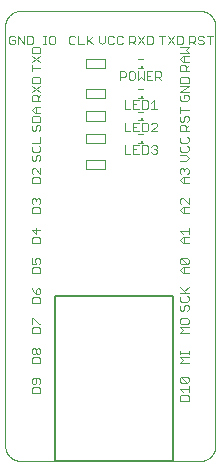
<source format=gto>
G75*
%MOIN*%
%OFA0B0*%
%FSLAX25Y25*%
%IPPOS*%
%LPD*%
%AMOC8*
5,1,8,0,0,1.08239X$1,22.5*
%
%ADD10C,0.00000*%
%ADD11C,0.00300*%
%ADD12C,0.00400*%
%ADD13R,0.00984X0.00886*%
%ADD14C,0.00394*%
%ADD15C,0.00500*%
D10*
X0006400Y0008900D02*
X0006400Y0148900D01*
X0006402Y0149040D01*
X0006408Y0149180D01*
X0006418Y0149320D01*
X0006431Y0149460D01*
X0006449Y0149599D01*
X0006471Y0149738D01*
X0006496Y0149875D01*
X0006525Y0150013D01*
X0006558Y0150149D01*
X0006595Y0150284D01*
X0006636Y0150418D01*
X0006681Y0150551D01*
X0006729Y0150683D01*
X0006781Y0150813D01*
X0006836Y0150942D01*
X0006895Y0151069D01*
X0006958Y0151195D01*
X0007024Y0151319D01*
X0007093Y0151440D01*
X0007166Y0151560D01*
X0007243Y0151678D01*
X0007322Y0151793D01*
X0007405Y0151907D01*
X0007491Y0152017D01*
X0007580Y0152126D01*
X0007672Y0152232D01*
X0007767Y0152335D01*
X0007864Y0152436D01*
X0007965Y0152533D01*
X0008068Y0152628D01*
X0008174Y0152720D01*
X0008283Y0152809D01*
X0008393Y0152895D01*
X0008507Y0152978D01*
X0008622Y0153057D01*
X0008740Y0153134D01*
X0008860Y0153207D01*
X0008981Y0153276D01*
X0009105Y0153342D01*
X0009231Y0153405D01*
X0009358Y0153464D01*
X0009487Y0153519D01*
X0009617Y0153571D01*
X0009749Y0153619D01*
X0009882Y0153664D01*
X0010016Y0153705D01*
X0010151Y0153742D01*
X0010287Y0153775D01*
X0010425Y0153804D01*
X0010562Y0153829D01*
X0010701Y0153851D01*
X0010840Y0153869D01*
X0010980Y0153882D01*
X0011120Y0153892D01*
X0011260Y0153898D01*
X0011400Y0153900D01*
X0071400Y0153900D01*
X0071540Y0153898D01*
X0071680Y0153892D01*
X0071820Y0153882D01*
X0071960Y0153869D01*
X0072099Y0153851D01*
X0072238Y0153829D01*
X0072375Y0153804D01*
X0072513Y0153775D01*
X0072649Y0153742D01*
X0072784Y0153705D01*
X0072918Y0153664D01*
X0073051Y0153619D01*
X0073183Y0153571D01*
X0073313Y0153519D01*
X0073442Y0153464D01*
X0073569Y0153405D01*
X0073695Y0153342D01*
X0073819Y0153276D01*
X0073940Y0153207D01*
X0074060Y0153134D01*
X0074178Y0153057D01*
X0074293Y0152978D01*
X0074407Y0152895D01*
X0074517Y0152809D01*
X0074626Y0152720D01*
X0074732Y0152628D01*
X0074835Y0152533D01*
X0074936Y0152436D01*
X0075033Y0152335D01*
X0075128Y0152232D01*
X0075220Y0152126D01*
X0075309Y0152017D01*
X0075395Y0151907D01*
X0075478Y0151793D01*
X0075557Y0151678D01*
X0075634Y0151560D01*
X0075707Y0151440D01*
X0075776Y0151319D01*
X0075842Y0151195D01*
X0075905Y0151069D01*
X0075964Y0150942D01*
X0076019Y0150813D01*
X0076071Y0150683D01*
X0076119Y0150551D01*
X0076164Y0150418D01*
X0076205Y0150284D01*
X0076242Y0150149D01*
X0076275Y0150013D01*
X0076304Y0149875D01*
X0076329Y0149738D01*
X0076351Y0149599D01*
X0076369Y0149460D01*
X0076382Y0149320D01*
X0076392Y0149180D01*
X0076398Y0149040D01*
X0076400Y0148900D01*
X0076400Y0008900D01*
X0076398Y0008760D01*
X0076392Y0008620D01*
X0076382Y0008480D01*
X0076369Y0008340D01*
X0076351Y0008201D01*
X0076329Y0008062D01*
X0076304Y0007925D01*
X0076275Y0007787D01*
X0076242Y0007651D01*
X0076205Y0007516D01*
X0076164Y0007382D01*
X0076119Y0007249D01*
X0076071Y0007117D01*
X0076019Y0006987D01*
X0075964Y0006858D01*
X0075905Y0006731D01*
X0075842Y0006605D01*
X0075776Y0006481D01*
X0075707Y0006360D01*
X0075634Y0006240D01*
X0075557Y0006122D01*
X0075478Y0006007D01*
X0075395Y0005893D01*
X0075309Y0005783D01*
X0075220Y0005674D01*
X0075128Y0005568D01*
X0075033Y0005465D01*
X0074936Y0005364D01*
X0074835Y0005267D01*
X0074732Y0005172D01*
X0074626Y0005080D01*
X0074517Y0004991D01*
X0074407Y0004905D01*
X0074293Y0004822D01*
X0074178Y0004743D01*
X0074060Y0004666D01*
X0073940Y0004593D01*
X0073819Y0004524D01*
X0073695Y0004458D01*
X0073569Y0004395D01*
X0073442Y0004336D01*
X0073313Y0004281D01*
X0073183Y0004229D01*
X0073051Y0004181D01*
X0072918Y0004136D01*
X0072784Y0004095D01*
X0072649Y0004058D01*
X0072513Y0004025D01*
X0072375Y0003996D01*
X0072238Y0003971D01*
X0072099Y0003949D01*
X0071960Y0003931D01*
X0071820Y0003918D01*
X0071680Y0003908D01*
X0071540Y0003902D01*
X0071400Y0003900D01*
X0011400Y0003900D01*
X0011260Y0003902D01*
X0011120Y0003908D01*
X0010980Y0003918D01*
X0010840Y0003931D01*
X0010701Y0003949D01*
X0010562Y0003971D01*
X0010425Y0003996D01*
X0010287Y0004025D01*
X0010151Y0004058D01*
X0010016Y0004095D01*
X0009882Y0004136D01*
X0009749Y0004181D01*
X0009617Y0004229D01*
X0009487Y0004281D01*
X0009358Y0004336D01*
X0009231Y0004395D01*
X0009105Y0004458D01*
X0008981Y0004524D01*
X0008860Y0004593D01*
X0008740Y0004666D01*
X0008622Y0004743D01*
X0008507Y0004822D01*
X0008393Y0004905D01*
X0008283Y0004991D01*
X0008174Y0005080D01*
X0008068Y0005172D01*
X0007965Y0005267D01*
X0007864Y0005364D01*
X0007767Y0005465D01*
X0007672Y0005568D01*
X0007580Y0005674D01*
X0007491Y0005783D01*
X0007405Y0005893D01*
X0007322Y0006007D01*
X0007243Y0006122D01*
X0007166Y0006240D01*
X0007093Y0006360D01*
X0007024Y0006481D01*
X0006958Y0006605D01*
X0006895Y0006731D01*
X0006836Y0006858D01*
X0006781Y0006987D01*
X0006729Y0007117D01*
X0006681Y0007249D01*
X0006636Y0007382D01*
X0006595Y0007516D01*
X0006558Y0007651D01*
X0006525Y0007787D01*
X0006496Y0007925D01*
X0006471Y0008062D01*
X0006449Y0008201D01*
X0006431Y0008340D01*
X0006418Y0008480D01*
X0006408Y0008620D01*
X0006402Y0008760D01*
X0006400Y0008900D01*
D11*
X0015223Y0026550D02*
X0015223Y0028001D01*
X0015706Y0028485D01*
X0017641Y0028485D01*
X0018125Y0028001D01*
X0018125Y0026550D01*
X0015223Y0026550D01*
X0015706Y0029497D02*
X0016190Y0029497D01*
X0016674Y0029980D01*
X0016674Y0031431D01*
X0017641Y0031431D02*
X0015706Y0031431D01*
X0015223Y0030948D01*
X0015223Y0029980D01*
X0015706Y0029497D01*
X0017641Y0029497D02*
X0018125Y0029980D01*
X0018125Y0030948D01*
X0017641Y0031431D01*
X0018125Y0036550D02*
X0015223Y0036550D01*
X0015223Y0038001D01*
X0015706Y0038485D01*
X0017641Y0038485D01*
X0018125Y0038001D01*
X0018125Y0036550D01*
X0017641Y0039497D02*
X0017158Y0039497D01*
X0016674Y0039980D01*
X0016674Y0040948D01*
X0017158Y0041431D01*
X0017641Y0041431D01*
X0018125Y0040948D01*
X0018125Y0039980D01*
X0017641Y0039497D01*
X0016674Y0039980D02*
X0016190Y0039497D01*
X0015706Y0039497D01*
X0015223Y0039980D01*
X0015223Y0040948D01*
X0015706Y0041431D01*
X0016190Y0041431D01*
X0016674Y0040948D01*
X0015223Y0046550D02*
X0018125Y0046550D01*
X0018125Y0048001D01*
X0017641Y0048485D01*
X0015706Y0048485D01*
X0015223Y0048001D01*
X0015223Y0046550D01*
X0015223Y0049497D02*
X0015223Y0051431D01*
X0015706Y0051431D01*
X0017641Y0049497D01*
X0018125Y0049497D01*
X0018125Y0056550D02*
X0015223Y0056550D01*
X0015223Y0058001D01*
X0015706Y0058485D01*
X0017641Y0058485D01*
X0018125Y0058001D01*
X0018125Y0056550D01*
X0017641Y0059497D02*
X0016674Y0059497D01*
X0016674Y0060948D01*
X0017158Y0061431D01*
X0017641Y0061431D01*
X0018125Y0060948D01*
X0018125Y0059980D01*
X0017641Y0059497D01*
X0016674Y0059497D02*
X0015706Y0060464D01*
X0015223Y0061431D01*
X0015223Y0066550D02*
X0015223Y0068001D01*
X0015706Y0068485D01*
X0017641Y0068485D01*
X0018125Y0068001D01*
X0018125Y0066550D01*
X0015223Y0066550D01*
X0015223Y0069497D02*
X0016674Y0069497D01*
X0016190Y0070464D01*
X0016190Y0070948D01*
X0016674Y0071431D01*
X0017641Y0071431D01*
X0018125Y0070948D01*
X0018125Y0069980D01*
X0017641Y0069497D01*
X0015223Y0069497D02*
X0015223Y0071431D01*
X0015223Y0076550D02*
X0015223Y0078001D01*
X0015706Y0078485D01*
X0017641Y0078485D01*
X0018125Y0078001D01*
X0018125Y0076550D01*
X0015223Y0076550D01*
X0016674Y0079497D02*
X0016674Y0081431D01*
X0018125Y0080948D02*
X0015223Y0080948D01*
X0016674Y0079497D01*
X0015223Y0086550D02*
X0018125Y0086550D01*
X0018125Y0088001D01*
X0017641Y0088485D01*
X0015706Y0088485D01*
X0015223Y0088001D01*
X0015223Y0086550D01*
X0015706Y0089497D02*
X0015223Y0089980D01*
X0015223Y0090948D01*
X0015706Y0091431D01*
X0016190Y0091431D01*
X0016674Y0090948D01*
X0017158Y0091431D01*
X0017641Y0091431D01*
X0018125Y0090948D01*
X0018125Y0089980D01*
X0017641Y0089497D01*
X0016674Y0090464D02*
X0016674Y0090948D01*
X0015223Y0096550D02*
X0018125Y0096550D01*
X0018125Y0098001D01*
X0017641Y0098485D01*
X0015706Y0098485D01*
X0015223Y0098001D01*
X0015223Y0096550D01*
X0015706Y0099497D02*
X0015223Y0099980D01*
X0015223Y0100948D01*
X0015706Y0101431D01*
X0016190Y0101431D01*
X0018125Y0099497D01*
X0018125Y0101431D01*
X0017641Y0104050D02*
X0018125Y0104534D01*
X0018125Y0105501D01*
X0017641Y0105985D01*
X0017158Y0105985D01*
X0016674Y0105501D01*
X0016674Y0104534D01*
X0016190Y0104050D01*
X0015706Y0104050D01*
X0015223Y0104534D01*
X0015223Y0105501D01*
X0015706Y0105985D01*
X0015706Y0106997D02*
X0017641Y0106997D01*
X0018125Y0107480D01*
X0018125Y0108448D01*
X0017641Y0108931D01*
X0018125Y0109943D02*
X0018125Y0111878D01*
X0018125Y0109943D02*
X0015223Y0109943D01*
X0015706Y0108931D02*
X0015223Y0108448D01*
X0015223Y0107480D01*
X0015706Y0106997D01*
X0015706Y0114050D02*
X0016190Y0114050D01*
X0016674Y0114534D01*
X0016674Y0115501D01*
X0017158Y0115985D01*
X0017641Y0115985D01*
X0018125Y0115501D01*
X0018125Y0114534D01*
X0017641Y0114050D01*
X0018125Y0116997D02*
X0018125Y0118448D01*
X0017641Y0118931D01*
X0015706Y0118931D01*
X0015223Y0118448D01*
X0015223Y0116997D01*
X0018125Y0116997D01*
X0018125Y0119943D02*
X0016190Y0119943D01*
X0015223Y0120911D01*
X0016190Y0121878D01*
X0018125Y0121878D01*
X0016674Y0121878D02*
X0016674Y0119943D01*
X0017158Y0124050D02*
X0017158Y0125501D01*
X0016674Y0125985D01*
X0015706Y0125985D01*
X0015223Y0125501D01*
X0015223Y0124050D01*
X0018125Y0124050D01*
X0017158Y0125017D02*
X0018125Y0125985D01*
X0018125Y0126997D02*
X0015223Y0128931D01*
X0015223Y0129943D02*
X0015223Y0131394D01*
X0015706Y0131878D01*
X0017641Y0131878D01*
X0018125Y0131394D01*
X0018125Y0129943D01*
X0015223Y0129943D01*
X0015223Y0126997D02*
X0018125Y0128931D01*
X0015223Y0134050D02*
X0015223Y0135985D01*
X0015223Y0135017D02*
X0018125Y0135017D01*
X0018125Y0136997D02*
X0015223Y0138931D01*
X0015223Y0139943D02*
X0015223Y0141394D01*
X0015706Y0141878D01*
X0017641Y0141878D01*
X0018125Y0141394D01*
X0018125Y0139943D01*
X0015223Y0139943D01*
X0015055Y0142725D02*
X0013603Y0142725D01*
X0013603Y0145627D01*
X0015055Y0145627D01*
X0015538Y0145144D01*
X0015538Y0143209D01*
X0015055Y0142725D01*
X0012592Y0142725D02*
X0012592Y0145627D01*
X0010657Y0145627D02*
X0012592Y0142725D01*
X0010657Y0142725D02*
X0010657Y0145627D01*
X0009645Y0145144D02*
X0009162Y0145627D01*
X0008194Y0145627D01*
X0007710Y0145144D01*
X0007710Y0143209D01*
X0008194Y0142725D01*
X0009162Y0142725D01*
X0009645Y0143209D01*
X0009645Y0144176D01*
X0008678Y0144176D01*
X0015223Y0136997D02*
X0018125Y0138931D01*
X0019139Y0142725D02*
X0020107Y0142725D01*
X0019623Y0142725D02*
X0019623Y0145627D01*
X0019139Y0145627D02*
X0020107Y0145627D01*
X0021103Y0145144D02*
X0021103Y0143209D01*
X0021587Y0142725D01*
X0022555Y0142725D01*
X0023038Y0143209D01*
X0023038Y0145144D01*
X0022555Y0145627D01*
X0021587Y0145627D01*
X0021103Y0145144D01*
X0027710Y0145144D02*
X0027710Y0143209D01*
X0028194Y0142725D01*
X0029162Y0142725D01*
X0029645Y0143209D01*
X0029645Y0145144D02*
X0029162Y0145627D01*
X0028194Y0145627D01*
X0027710Y0145144D01*
X0030657Y0145627D02*
X0030657Y0142725D01*
X0032592Y0142725D01*
X0033603Y0142725D02*
X0033603Y0145627D01*
X0034087Y0144176D02*
X0035538Y0142725D01*
X0033603Y0143692D02*
X0035538Y0145627D01*
X0037710Y0145627D02*
X0037710Y0143692D01*
X0038678Y0142725D01*
X0039645Y0143692D01*
X0039645Y0145627D01*
X0040657Y0145144D02*
X0040657Y0143209D01*
X0041141Y0142725D01*
X0042108Y0142725D01*
X0042592Y0143209D01*
X0043603Y0143209D02*
X0043603Y0145144D01*
X0044087Y0145627D01*
X0045055Y0145627D01*
X0045538Y0145144D01*
X0045538Y0143209D02*
X0045055Y0142725D01*
X0044087Y0142725D01*
X0043603Y0143209D01*
X0042592Y0145144D02*
X0042108Y0145627D01*
X0041141Y0145627D01*
X0040657Y0145144D01*
X0044675Y0133827D02*
X0046126Y0133827D01*
X0046610Y0133344D01*
X0046610Y0132376D01*
X0046126Y0131892D01*
X0044675Y0131892D01*
X0044675Y0130925D02*
X0044675Y0133827D01*
X0047622Y0133344D02*
X0047622Y0131409D01*
X0048105Y0130925D01*
X0049073Y0130925D01*
X0049556Y0131409D01*
X0049556Y0133344D01*
X0049073Y0133827D01*
X0048105Y0133827D01*
X0047622Y0133344D01*
X0050568Y0133827D02*
X0050568Y0130925D01*
X0051536Y0131892D01*
X0052503Y0130925D01*
X0052503Y0133827D01*
X0053515Y0133827D02*
X0053515Y0130925D01*
X0055450Y0130925D01*
X0054482Y0132376D02*
X0053515Y0132376D01*
X0053515Y0133827D02*
X0055450Y0133827D01*
X0056461Y0133827D02*
X0056461Y0130925D01*
X0056461Y0131892D02*
X0057912Y0131892D01*
X0058396Y0132376D01*
X0058396Y0133344D01*
X0057912Y0133827D01*
X0056461Y0133827D01*
X0057429Y0131892D02*
X0058396Y0130925D01*
X0056008Y0124190D02*
X0055040Y0123223D01*
X0054029Y0123707D02*
X0054029Y0121772D01*
X0053545Y0121288D01*
X0052094Y0121288D01*
X0052094Y0124190D01*
X0053545Y0124190D01*
X0054029Y0123707D01*
X0056008Y0124190D02*
X0056008Y0121288D01*
X0056975Y0121288D02*
X0055040Y0121288D01*
X0055524Y0116690D02*
X0055040Y0116207D01*
X0055524Y0116690D02*
X0056492Y0116690D01*
X0056975Y0116207D01*
X0056975Y0115723D01*
X0055040Y0113788D01*
X0056975Y0113788D01*
X0054029Y0114272D02*
X0054029Y0116207D01*
X0053545Y0116690D01*
X0052094Y0116690D01*
X0052094Y0113788D01*
X0053545Y0113788D01*
X0054029Y0114272D01*
X0053545Y0109190D02*
X0052094Y0109190D01*
X0052094Y0106288D01*
X0053545Y0106288D01*
X0054029Y0106772D01*
X0054029Y0108707D01*
X0053545Y0109190D01*
X0055040Y0108707D02*
X0055524Y0109190D01*
X0056492Y0109190D01*
X0056975Y0108707D01*
X0056975Y0108223D01*
X0056492Y0107739D01*
X0056975Y0107255D01*
X0056975Y0106772D01*
X0056492Y0106288D01*
X0055524Y0106288D01*
X0055040Y0106772D01*
X0056008Y0107739D02*
X0056492Y0107739D01*
X0051082Y0106288D02*
X0049147Y0106288D01*
X0049147Y0109190D01*
X0051082Y0109190D01*
X0050115Y0107739D02*
X0049147Y0107739D01*
X0048136Y0106288D02*
X0046201Y0106288D01*
X0046201Y0109190D01*
X0046201Y0113788D02*
X0048136Y0113788D01*
X0049147Y0113788D02*
X0049147Y0116690D01*
X0051082Y0116690D01*
X0050115Y0115239D02*
X0049147Y0115239D01*
X0049147Y0113788D02*
X0051082Y0113788D01*
X0051082Y0121288D02*
X0049147Y0121288D01*
X0049147Y0124190D01*
X0051082Y0124190D01*
X0050115Y0122739D02*
X0049147Y0122739D01*
X0048136Y0121288D02*
X0046201Y0121288D01*
X0046201Y0124190D01*
X0046201Y0116690D02*
X0046201Y0113788D01*
X0047710Y0142725D02*
X0047710Y0145627D01*
X0049162Y0145627D01*
X0049645Y0145144D01*
X0049645Y0144176D01*
X0049162Y0143692D01*
X0047710Y0143692D01*
X0048678Y0143692D02*
X0049645Y0142725D01*
X0050657Y0142725D02*
X0052592Y0145627D01*
X0053603Y0145627D02*
X0055055Y0145627D01*
X0055538Y0145144D01*
X0055538Y0143209D01*
X0055055Y0142725D01*
X0053603Y0142725D01*
X0053603Y0145627D01*
X0050657Y0145627D02*
X0052592Y0142725D01*
X0057710Y0145627D02*
X0059645Y0145627D01*
X0060657Y0145627D02*
X0062592Y0142725D01*
X0063603Y0142725D02*
X0065055Y0142725D01*
X0065538Y0143209D01*
X0065538Y0145144D01*
X0065055Y0145627D01*
X0063603Y0145627D01*
X0063603Y0142725D01*
X0064598Y0141878D02*
X0067500Y0141878D01*
X0066533Y0140911D01*
X0067500Y0139943D01*
X0064598Y0139943D01*
X0065565Y0138931D02*
X0064598Y0137964D01*
X0065565Y0136997D01*
X0067500Y0136997D01*
X0067500Y0135985D02*
X0066533Y0135017D01*
X0066533Y0135501D02*
X0066533Y0134050D01*
X0067500Y0134050D02*
X0064598Y0134050D01*
X0064598Y0135501D01*
X0065081Y0135985D01*
X0066049Y0135985D01*
X0066533Y0135501D01*
X0066049Y0136997D02*
X0066049Y0138931D01*
X0065565Y0138931D02*
X0067500Y0138931D01*
X0067710Y0142725D02*
X0067710Y0145627D01*
X0069162Y0145627D01*
X0069645Y0145144D01*
X0069645Y0144176D01*
X0069162Y0143692D01*
X0067710Y0143692D01*
X0068678Y0143692D02*
X0069645Y0142725D01*
X0070657Y0143209D02*
X0071141Y0142725D01*
X0072108Y0142725D01*
X0072592Y0143209D01*
X0072592Y0143692D01*
X0072108Y0144176D01*
X0071141Y0144176D01*
X0070657Y0144660D01*
X0070657Y0145144D01*
X0071141Y0145627D01*
X0072108Y0145627D01*
X0072592Y0145144D01*
X0073603Y0145627D02*
X0075538Y0145627D01*
X0074571Y0145627D02*
X0074571Y0142725D01*
X0067016Y0131878D02*
X0067500Y0131394D01*
X0067500Y0129943D01*
X0064598Y0129943D01*
X0064598Y0131394D01*
X0065081Y0131878D01*
X0067016Y0131878D01*
X0067500Y0128931D02*
X0064598Y0128931D01*
X0064598Y0126997D02*
X0067500Y0128931D01*
X0067500Y0126997D02*
X0064598Y0126997D01*
X0065081Y0125985D02*
X0064598Y0125501D01*
X0064598Y0124534D01*
X0065081Y0124050D01*
X0067016Y0124050D01*
X0067500Y0124534D01*
X0067500Y0125501D01*
X0067016Y0125985D01*
X0066049Y0125985D01*
X0066049Y0125017D01*
X0064598Y0121878D02*
X0064598Y0119943D01*
X0064598Y0120911D02*
X0067500Y0120911D01*
X0067016Y0118931D02*
X0067500Y0118448D01*
X0067500Y0117480D01*
X0067016Y0116997D01*
X0066049Y0117480D02*
X0066049Y0118448D01*
X0066533Y0118931D01*
X0067016Y0118931D01*
X0066049Y0117480D02*
X0065565Y0116997D01*
X0065081Y0116997D01*
X0064598Y0117480D01*
X0064598Y0118448D01*
X0065081Y0118931D01*
X0065081Y0115985D02*
X0066049Y0115985D01*
X0066533Y0115501D01*
X0066533Y0114050D01*
X0067500Y0114050D02*
X0064598Y0114050D01*
X0064598Y0115501D01*
X0065081Y0115985D01*
X0066533Y0115017D02*
X0067500Y0115985D01*
X0067016Y0111878D02*
X0067500Y0111394D01*
X0067500Y0110427D01*
X0067016Y0109943D01*
X0065081Y0109943D01*
X0064598Y0110427D01*
X0064598Y0111394D01*
X0065081Y0111878D01*
X0065081Y0108931D02*
X0064598Y0108448D01*
X0064598Y0107480D01*
X0065081Y0106997D01*
X0067016Y0106997D01*
X0067500Y0107480D01*
X0067500Y0108448D01*
X0067016Y0108931D01*
X0066533Y0105985D02*
X0064598Y0105985D01*
X0066533Y0105985D02*
X0067500Y0105017D01*
X0066533Y0104050D01*
X0064598Y0104050D01*
X0065081Y0101431D02*
X0065565Y0101431D01*
X0066049Y0100948D01*
X0066533Y0101431D01*
X0067016Y0101431D01*
X0067500Y0100948D01*
X0067500Y0099980D01*
X0067016Y0099497D01*
X0067500Y0098485D02*
X0065565Y0098485D01*
X0064598Y0097517D01*
X0065565Y0096550D01*
X0067500Y0096550D01*
X0066049Y0096550D02*
X0066049Y0098485D01*
X0065081Y0099497D02*
X0064598Y0099980D01*
X0064598Y0100948D01*
X0065081Y0101431D01*
X0066049Y0100948D02*
X0066049Y0100464D01*
X0065565Y0091431D02*
X0065081Y0091431D01*
X0064598Y0090948D01*
X0064598Y0089980D01*
X0065081Y0089497D01*
X0065565Y0088485D02*
X0064598Y0087517D01*
X0065565Y0086550D01*
X0067500Y0086550D01*
X0066049Y0086550D02*
X0066049Y0088485D01*
X0065565Y0088485D02*
X0067500Y0088485D01*
X0067500Y0089497D02*
X0065565Y0091431D01*
X0067500Y0091431D02*
X0067500Y0089497D01*
X0067500Y0081431D02*
X0067500Y0079497D01*
X0067500Y0080464D02*
X0064598Y0080464D01*
X0065565Y0079497D01*
X0065565Y0078485D02*
X0064598Y0077517D01*
X0065565Y0076550D01*
X0067500Y0076550D01*
X0067500Y0078485D02*
X0065565Y0078485D01*
X0066049Y0078485D02*
X0066049Y0076550D01*
X0065081Y0071431D02*
X0067016Y0071431D01*
X0067500Y0070948D01*
X0067500Y0069980D01*
X0067016Y0069497D01*
X0065081Y0071431D01*
X0064598Y0070948D01*
X0064598Y0069980D01*
X0065081Y0069497D01*
X0067016Y0069497D01*
X0067500Y0068485D02*
X0065565Y0068485D01*
X0064598Y0067517D01*
X0065565Y0066550D01*
X0067500Y0066550D01*
X0066049Y0066550D02*
X0066049Y0068485D01*
X0067500Y0061878D02*
X0066049Y0060427D01*
X0066533Y0059943D02*
X0064598Y0061878D01*
X0064598Y0059943D02*
X0067500Y0059943D01*
X0067016Y0058931D02*
X0067500Y0058448D01*
X0067500Y0057480D01*
X0067016Y0056997D01*
X0065081Y0056997D01*
X0064598Y0057480D01*
X0064598Y0058448D01*
X0065081Y0058931D01*
X0065081Y0055985D02*
X0064598Y0055501D01*
X0064598Y0054534D01*
X0065081Y0054050D01*
X0065565Y0054050D01*
X0066049Y0054534D01*
X0066049Y0055501D01*
X0066533Y0055985D01*
X0067016Y0055985D01*
X0067500Y0055501D01*
X0067500Y0054534D01*
X0067016Y0054050D01*
X0067016Y0051431D02*
X0065081Y0051431D01*
X0064598Y0050948D01*
X0064598Y0049980D01*
X0065081Y0049497D01*
X0067016Y0049497D01*
X0067500Y0049980D01*
X0067500Y0050948D01*
X0067016Y0051431D01*
X0067500Y0048485D02*
X0064598Y0048485D01*
X0065565Y0047517D01*
X0064598Y0046550D01*
X0067500Y0046550D01*
X0067500Y0040464D02*
X0067500Y0039497D01*
X0067500Y0039980D02*
X0064598Y0039980D01*
X0064598Y0039497D02*
X0064598Y0040464D01*
X0064598Y0038485D02*
X0067500Y0038485D01*
X0067500Y0036550D02*
X0064598Y0036550D01*
X0065565Y0037517D01*
X0064598Y0038485D01*
X0065081Y0031878D02*
X0067016Y0029943D01*
X0067500Y0030427D01*
X0067500Y0031394D01*
X0067016Y0031878D01*
X0065081Y0031878D01*
X0064598Y0031394D01*
X0064598Y0030427D01*
X0065081Y0029943D01*
X0067016Y0029943D01*
X0067500Y0028931D02*
X0067500Y0026997D01*
X0067500Y0027964D02*
X0064598Y0027964D01*
X0065565Y0026997D01*
X0065081Y0025985D02*
X0064598Y0025501D01*
X0064598Y0024050D01*
X0067500Y0024050D01*
X0067500Y0025501D01*
X0067016Y0025985D01*
X0065081Y0025985D01*
X0015706Y0114050D02*
X0015223Y0114534D01*
X0015223Y0115501D01*
X0015706Y0115985D01*
X0058678Y0142725D02*
X0058678Y0145627D01*
X0060657Y0142725D02*
X0062592Y0145627D01*
D12*
X0052187Y0137778D02*
X0050613Y0137778D01*
X0050613Y0135022D02*
X0052187Y0135022D01*
X0052187Y0127778D02*
X0050613Y0127778D01*
X0050613Y0125022D02*
X0052187Y0125022D01*
X0052187Y0120278D02*
X0050613Y0120278D01*
X0050613Y0117522D02*
X0052187Y0117522D01*
X0052187Y0112778D02*
X0050613Y0112778D01*
X0050613Y0110022D02*
X0052187Y0110022D01*
D13*
X0051892Y0110268D03*
X0051892Y0117768D03*
X0051892Y0125268D03*
X0051892Y0135268D03*
D14*
X0039550Y0134825D02*
X0033250Y0134825D01*
X0033250Y0137975D01*
X0039550Y0137975D01*
X0039550Y0134825D01*
X0039550Y0127975D02*
X0033250Y0127975D01*
X0033250Y0124825D01*
X0039550Y0124825D01*
X0039550Y0127975D01*
X0039550Y0120475D02*
X0033250Y0120475D01*
X0033250Y0117325D01*
X0039550Y0117325D01*
X0039550Y0120475D01*
X0039550Y0112975D02*
X0033250Y0112975D01*
X0033250Y0109825D01*
X0039550Y0109825D01*
X0039550Y0112975D01*
X0039550Y0104225D02*
X0033250Y0104225D01*
X0033250Y0101075D01*
X0039550Y0101075D01*
X0039550Y0104225D01*
D15*
X0022965Y0059018D02*
X0022965Y0003900D01*
X0062335Y0003900D01*
X0062335Y0059018D01*
X0022965Y0059018D01*
M02*

</source>
